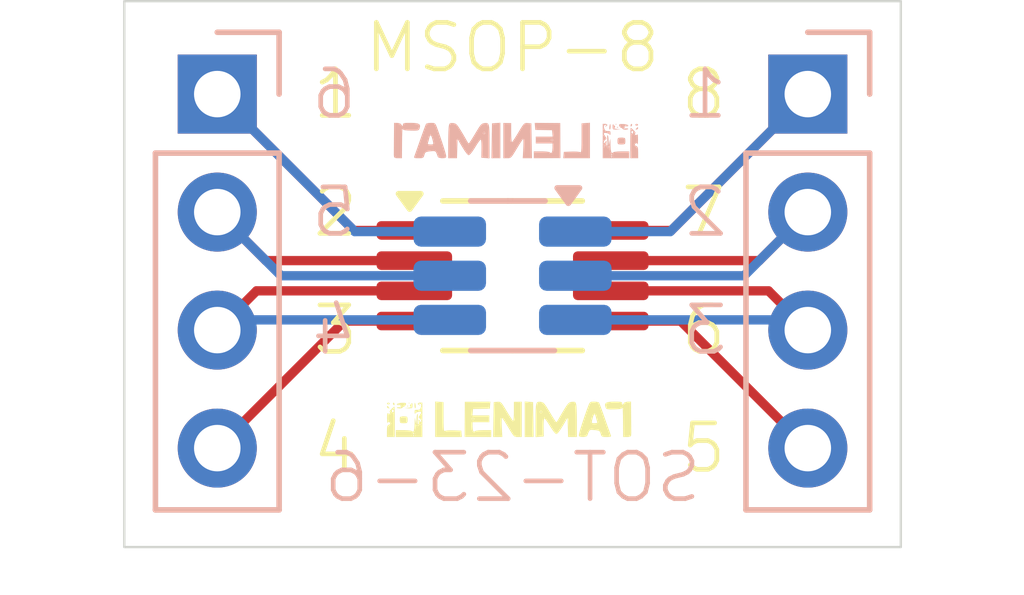
<source format=kicad_pcb>
(kicad_pcb (version 20240108) (generator "pcbnew") (generator_version "8.0")
  (layers (0 "F.Cu" signal) (31 "B.Cu" signal) (34 "B.Paste" user) (35 "F.Paste" user) (36 "B.SilkS" user "B.Silkscreen") (37 "F.SilkS" user "F.Silkscreen") (38 "B.Mask" user) (39 "F.Mask" user) (44 "Edge.Cuts" user))
  (net 0 "")
  (net 1 "Net-(J1-Pin_5)")
  (net 2 "Net-(J1-Pin_8)")
  (net 3 "Net-(J1-Pin_4)")
  (net 4 "Net-(J1-Pin_7)")
  (net 5 "Net-(J1-Pin_6)")
  (net 6 "Net-(J1-Pin_3)")
  (net 7 "Net-(J1-Pin_2)")
  (net 8 "Net-(J1-Pin_1)")
  (footprint "Synth:lenimal_logo_full" (layer "F.Cu") (at 58.35 59)
    (property "Reference" "G***" (hide yes))
    (property "Value" "LOGO" (hide yes))
    (fp_poly (pts (xy -2.214562 -0.34925) (xy -2.225145 -0.338667) (xy -2.235728 -0.34925) (xy -2.225145 -0.359834)) (fill solid) (layer "F.SilkS"))
    (fp_poly (pts (xy -2.242784 -0.289278) (xy -2.24569 -0.276695) (xy -2.256895 -0.275167) (xy -2.274318 -0.282912) (xy -2.271006 -0.289278) (xy -2.245886 -0.291812)) (fill solid) (layer "F.SilkS"))
    (fp_poly (pts (xy -2.68495 -0.28575) (xy -2.654606 -0.252728) (xy -2.649996 -0.248709) (xy -2.649812 -0.235507) (xy -2.666117 -0.232834) (xy -2.69585 -0.25007) (xy -2.701071 -0.269875) (xy -2.694282 -0.291528)) (fill solid) (layer "F.SilkS"))
    (fp_poly (pts (xy -2.641477 -0.348404) (xy -2.637895 -0.338667) (xy -2.655039 -0.319889) (xy -2.669645 -0.3175) (xy -2.697813 -0.32893) (xy -2.701395 -0.338667) (xy -2.684251 -0.357446) (xy -2.669645 -0.359834)) (fill solid) (layer "F.SilkS"))
    (fp_poly (pts (xy -2.541093 -0.342639) (xy -2.539117 -0.328084) (xy -2.541575 -0.29932) (xy -2.555004 -0.305276) (xy -2.560284 -0.310445) (xy -2.573899 -0.339349) (xy -2.562784 -0.358898) (xy -2.556756 -0.359834)) (fill solid) (layer "F.SilkS"))
    (fp_poly (pts (xy 0.351896 -0.376926) (xy 0.441854 -0.370417) (xy 0.447634 0.00529) (xy 0.453414 0.380999) (xy 0.357676 0.380999) (xy 0.261937 0.380999) (xy 0.261937 -0.001218) (xy 0.261937 -0.383435)) (fill solid) (layer "F.SilkS"))
    (fp_poly (pts (xy -2.092124 -0.341512) (xy -2.083196 -0.297341) (xy -2.083047 -0.296334) (xy -2.081533 -0.252066) (xy -2.090752 -0.232858) (xy -2.091228 -0.232834) (xy -2.10352 -0.251242) (xy -2.108727 -0.295589) (xy -2.108728 -0.296334) (xy -2.106354 -0.340959) (xy -2.100634 -0.35983) (xy -2.100548 -0.359834)) (fill solid) (layer "F.SilkS"))
    (fp_poly (pts (xy -2.152537 -0.337725) (xy -2.151062 -0.297846) (xy -2.15375 -0.257202) (xy -2.169682 -0.239086) (xy -2.210656 -0.235437) (xy -2.24102 -0.236392) (xy -2.330978 -0.23995) (xy -2.247524 -0.248496) (xy -2.196258 -0.257564) (xy -2.186929 -0.270039) (xy -2.192748 -0.274767) (xy -2.209233 -0.29389) (xy -2.193037 -0.320686) (xy -2.186245 -0.327675) (xy -2.161922 -0.348246)) (fill solid) (layer "F.SilkS"))
    (fp_poly (pts (xy -2.287353 -0.061258) (xy -2.263262 -0.04741) (xy -2.257084 -0.011277) (xy -2.256895 0.010582) (xy -2.259458 0.058015) (xy -2.275285 0.079094) (xy -2.316579 0.0845) (xy -2.341562 0.084665) (xy -2.395771 0.082423) (xy -2.419862 0.068575) (xy -2.426039 0.032442) (xy -2.426228 0.010582) (xy -2.423665 -0.03685) (xy -2.407839 -0.05793) (xy -2.366545 -0.063335) (xy -2.341562 -0.0635)) (fill solid) (layer "F.SilkS"))
    (fp_poly (pts (xy -1.57427 -0.376926) (xy -1.484312 -0.370417) (xy -1.484312 -0.049396) (xy -1.48347 0.079247) (xy -1.480733 0.169519) (xy -1.47578 0.225353) (xy -1.468292 0.250681) (xy -1.45986 0.251302) (xy -1.428176 0.242398) (xy -1.366413 0.237218) (xy -1.286733 0.236661) (xy -1.26936 0.237197) (xy -1.103312 0.243415) (xy -1.096679 0.312207) (xy -1.090046 0.380999) (xy -1.377137 0.380999) (xy -1.664228 0.380999) (xy -1.664228 -0.001218) (xy -1.664228 -0.383435)) (fill solid) (layer "F.SilkS"))
    (fp_poly (pts (xy -2.295673 -0.349644) (xy -2.290157 -0.33171) (xy -2.293118 -0.317415) (xy -2.314391 -0.283062) (xy -2.333447 -0.275167) (xy -2.359993 -0.262908) (xy -2.362728 -0.254) (xy -2.381122 -0.239139) (xy -2.425438 -0.232835) (xy -2.426228 -0.232834) (xy -2.470826 -0.238118) (xy -2.489724 -0.250849) (xy -2.489728 -0.251065) (xy -2.471839 -0.261325) (xy -2.43152 -0.259991) (xy -2.395183 -0.257193) (xy -2.39731 -0.267308) (xy -2.402165 -0.270948) (xy -2.420428 -0.290223) (xy -2.402165 -0.304482) (xy -2.398481 -0.310556) (xy -2.429045 -0.307106) (xy -2.43152 -0.306641) (xy -2.477589 -0.305759) (xy -2.489728 -0.323078) (xy -2.484543 -0.328084) (xy -2.468562 -0.328084) (xy -2.457978 -0.3175) (xy -2.447395 -0.328084) (xy -2.457978 -0.338667) (xy -2.468562 -0.328084) (xy -2.484543 -0.328084) (xy -2.469128 -0.342967) (xy -2.407732 -0.353847) (xy -2.385899 -0.355145) (xy -2.324433 -0.356173)) (fill solid) (layer "F.SilkS"))
    (fp_poly (pts (xy -0.482918 -0.304486) (xy -0.489478 -0.228261) (xy -0.669395 -0.225256) (xy -0.849312 -0.22225) (xy -0.855945 -0.153459) (xy -0.862577 -0.084667) (xy -0.68132 -0.084667) (xy -0.500062 -0.084667) (xy -0.500062 -0.010584) (xy -0.500062 0.063499) (xy -0.679978 0.063499) (xy -0.859895 0.063499) (xy -0.859895 0.1575) (xy -0.854373 0.222994) (xy -0.840023 0.261997) (xy -0.820172 0.268394) (xy -0.807192 0.254344) (xy -0.781132 0.244242) (xy -0.723894 0.236685) (xy -0.646614 0.232996) (xy -0.625813 0.232832) (xy -0.457728 0.232832) (xy -0.457728 0.30694) (xy -0.457728 0.381047) (xy -0.743965 0.37962) (xy -1.030202 0.378194) (xy -1.028217 0.000583) (xy -1.028159 -0.010584) (xy -0.859895 -0.010584) (xy -0.849312 -0.000001) (xy -0.838728 -0.010584) (xy -0.849312 -0.021167) (xy -0.859895 -0.010584) (xy -1.028159 -0.010584) (xy -1.026233 -0.377026) (xy -0.751295 -0.378869) (xy -0.476357 -0.380711)) (fill solid) (layer "F.SilkS"))
    (fp_poly (pts (xy -0.266007 -0.372891) (xy -0.240831 -0.353732) (xy -0.211025 -0.315017) (xy -0.170427 -0.250657) (xy -0.12837 -0.180521) (xy -0.078097 -0.097917) (xy -0.034548 -0.029382) (xy -0.002859 0.017182) (xy 0.010888 0.033572) (xy 0.018514 0.018842) (xy 0.024571 -0.029857) (xy 0.028294 -0.104173) (xy 0.029104 -0.165589) (xy 0.029104 -0.37601) (xy 0.113771 -0.377179) (xy 0.198437 -0.378347) (xy 0.198437 0.001325) (xy 0.198437 0.380999) (xy 0.114743 0.380999) (xy 0.077621 0.379839) (xy 0.049088 0.372152) (xy 0.02276 0.351628) (xy -0.00775 0.311955) (xy -0.048826 0.246822) (xy -0.08929 0.179341) (xy -0.139243 0.097132) (xy -0.182252 0.029125) (xy -0.21323 -0.016808) (xy -0.226223 -0.032571) (xy -0.232078 -0.017423) (xy -0.234707 0.031594) (xy -0.233906 0.106128) (xy -0.23119 0.169086) (xy -0.219563 0.380999) (xy -0.318622 0.380999) (xy -0.41768 0.380999) (xy -0.411246 0.00529) (xy -0.404812 -0.370417) (xy -0.327112 -0.376887) (xy -0.292714 -0.37858)) (fill solid) (layer "F.SilkS"))
    (fp_poly (pts (xy 2.550583 -0.052917) (xy 2.551499 0.062642) (xy 2.552278 0.164618) (xy 2.552859 0.244856) (xy 2.553182 0.2952) (xy 2.553229 0.306915) (xy 2.549055 0.353555) (xy 2.5288 0.375019) (xy 2.480863 0.38086) (xy 2.463271 0.380999) (xy 2.378604 0.380999) (xy 2.376149 0.047624) (xy 2.374786 -0.062569) (xy 2.372596 -0.153117) (xy 2.369818 -0.217828) (xy 2.366694 -0.250507) (xy 2.364547 -0.251478) (xy 2.351575 -0.233549) (xy 2.318912 -0.222337) (xy 2.258427 -0.216112) (xy 2.186711 -0.213604) (xy 2.102151 -0.212668) (xy 2.050262 -0.215846) (xy 2.021418 -0.225444) (xy 2.005997 -0.243773) (xy 1.999731 -0.25846) (xy 1.987524 -0.312128) (xy 2.001578 -0.348359) (xy 2.046206 -0.369946) (xy 2.125718 -0.379682) (xy 2.188849 -0.381) (xy 2.272767 -0.380265) (xy 2.32307 -0.376433) (xy 2.348472 -0.367068) (xy 2.357685 -0.349733) (xy 2.359108 -0.333375) (xy 2.363562 -0.305352) (xy 2.372866 -0.3175) (xy 2.405061 -0.361221) (xy 2.463309 -0.379447) (xy 2.489729 -0.380676) (xy 2.547937 -0.381)) (fill solid) (layer "F.SilkS"))
    (fp_poly (pts (xy -2.538386 -0.255201) (xy -2.535575 -0.200099) (xy -2.533463 -0.117061) (xy -2.53226 -0.013283) (xy -2.532062 0.052915) (xy -2.532062 0.380999) (xy -2.616728 0.380999) (xy -2.701395 0.380999) (xy -2.701395 0.255425) (xy -2.699385 0.183364) (xy -2.691093 0.142652) (xy -2.673125 0.122402) (xy -2.657947 0.116062) (xy -2.628455 0.10042) (xy -2.63622 0.076337) (xy -2.641076 0.07025) (xy -2.663987 0.05021) (xy -2.679261 0.068132) (xy -2.683036 0.077322) (xy -2.690863 0.079389) (xy -2.69624 0.045169) (xy -2.698238 -0.019317) (xy -2.698236 -0.021167) (xy -2.696756 -0.086603) (xy -2.693044 -0.126988) (xy -2.687898 -0.133778) (xy -2.687773 -0.133481) (xy -2.662737 -0.117786) (xy -2.645336 -0.120552) (xy -2.6262 -0.135745) (xy -2.638024 -0.148247) (xy -2.644537 -0.170593) (xy -2.637813 -0.179917) (xy -2.595562 -0.179917) (xy -2.584132 -0.151749) (xy -2.574395 -0.148167) (xy -2.555617 -0.165311) (xy -2.553228 -0.179917) (xy -2.564658 -0.208085) (xy -2.574395 -0.211667) (xy -2.593174 -0.194523) (xy -2.595562 -0.179917) (xy -2.637813 -0.179917) (xy -2.615843 -0.210385) (xy -2.607087 -0.219385) (xy -2.568505 -0.255642) (xy -2.543966 -0.274437) (xy -2.541683 -0.275167)) (fill solid) (layer "F.SilkS"))
    (fp_poly (pts (xy 1.814004 -0.376274) (xy 1.854023 -0.364394) (xy 1.860801 -0.358572) (xy 1.872216 -0.331778) (xy 1.894771 -0.27229) (xy 1.92578 -0.187423) (xy 1.962554 -0.084495) (xy 1.987142 -0.014613) (xy 2.026377 0.09723) (xy 2.061559 0.196948) (xy 2.089946 0.276805) (xy 2.108791 0.329064) (xy 2.114378 0.343957) (xy 2.117919 0.365839) (xy 2.100124 0.37695) (xy 2.052324 0.38075) (xy 2.021641 0.380999) (xy 1.95774 0.37929) (xy 1.923433 0.369504) (xy 1.905994 0.344651) (xy 1.896403 0.312207) (xy 1.882781 0.271762) (xy 1.860547 0.249588) (xy 1.817314 0.238035) (xy 1.766566 0.232034) (xy 1.706367 0.22631) (xy 1.669923 0.229793) (xy 1.6468 0.250447) (xy 1.62656 0.296238) (xy 1.606057 0.35454) (xy 1.580133 0.372001) (xy 1.526083 0.380661) (xy 1.511435 0.380999) (xy 1.455694 0.377456) (xy 1.430961 0.363239) (xy 1.426104 0.339244) (xy 1.432931 0.302621) (xy 1.451765 0.233938) (xy 1.480138 0.140915) (xy 1.503474 0.068732) (xy 1.705162 0.068732) (xy 1.718131 0.082416) (xy 1.751094 0.084709) (xy 1.767035 0.084665) (xy 1.811506 0.080507) (xy 1.822886 0.063812) (xy 1.81847 0.047624) (xy 1.803354 -0.001391) (xy 1.792305 -0.048066) (xy 1.776353 -0.10117) (xy 1.75863 -0.112047) (xy 1.739392 -0.080756) (xy 1.724884 -0.032698) (xy 1.708608 0.033685) (xy 1.705162 0.068732) (xy 1.503474 0.068732) (xy 1.515583 0.031275) (xy 1.555633 -0.087261) (xy 1.597817 -0.206973) (xy 1.620797 -0.269875) (xy 1.645583 -0.333003) (xy 1.667402 -0.366102) (xy 1.697918 -0.378868) (xy 1.748794 -0.380999) (xy 1.754459 -0.381)) (fill solid) (layer "F.SilkS"))
    (fp_poly (pts (xy 0.597033 -0.376822) (xy 0.630504 -0.371941) (xy 0.658245 -0.359551) (xy 0.686072 -0.333299) (xy 0.719803 -0.286834) (xy 0.765253 -0.213801) (xy 0.800649 -0.154453) (xy 0.851434 -0.070312) (xy 0.89479 -0.001321) (xy 0.926087 0.045343) (xy 0.940642 0.062505) (xy 0.957265 0.046406) (xy 0.983073 0.005389) (xy 0.988855 -0.005292) (xy 1.017571 -0.056769) (xy 1.060217 -0.129736) (xy 1.108333 -0.209754) (xy 1.115976 -0.22225) (xy 1.163152 -0.296478) (xy 1.198105 -0.341486) (xy 1.229184 -0.365052) (xy 1.264737 -0.374956) (xy 1.281854 -0.376816) (xy 1.332858 -0.37744) (xy 1.357309 -0.360524) (xy 1.37032 -0.315961) (xy 1.375127 -0.271023) (xy 1.379175 -0.193344) (xy 1.382125 -0.092516) (xy 1.383641 0.02187) (xy 1.383771 0.066145) (xy 1.383771 0.380999) (xy 1.289287 0.380999) (xy 1.194804 0.380999) (xy 1.188746 0.174624) (xy 1.182687 -0.03175) (xy 1.080134 0.142874) (xy 1.025009 0.230402) (xy 0.979577 0.289806) (xy 0.947474 0.316478) (xy 0.942326 0.317499) (xy 0.913823 0.299292) (xy 0.871111 0.248117) (xy 0.81836 0.16914) (xy 0.805593 0.148165) (xy 0.759369 0.074402) (xy 0.71949 0.016898) (xy 0.691772 -0.016246) (xy 0.684018 -0.021167) (xy 0.675257 -0.00138) (xy 0.669467 0.052587) (xy 0.66732 0.132646) (xy 0.667714 0.174624) (xy 0.671509 0.370415) (xy 0.58314 0.376924) (xy 0.494771 0.383433) (xy 0.49506 0.048841) (xy 0.495556 -0.096959) (xy 0.496717 -0.15875) (xy 0.600604 -0.15875) (xy 0.611187 -0.148167) (xy 0.621771 -0.15875) (xy 0.611187 -0.169334) (xy 0.600604 -0.15875) (xy 0.496717 -0.15875) (xy 0.497599 -0.205704) (xy 0.502455 -0.282666) (xy 0.511385 -0.333124) (xy 0.525655 -0.362351) (xy 0.546527 -0.375623) (xy 0.575266 -0.378216)) (fill solid) (layer "F.SilkS"))
    (fp_poly (pts (xy -1.939395 0.010582) (xy -1.939395 0.380999) (xy -2.225145 0.380999) (xy -2.510895 0.380999) (xy -2.510895 0.345721) (xy -2.144006 0.345721) (xy -2.141101 0.358305) (xy -2.129895 0.359832) (xy -2.112473 0.352088) (xy -2.115784 0.345721) (xy -2.140904 0.343188) (xy -2.144006 0.345721) (xy -2.510895 0.345721) (xy -2.510895 0.306915) (xy -2.510895 0.303388) (xy -2.144006 0.303388) (xy -2.141101 0.315971) (xy -2.129895 0.317499) (xy -2.112473 0.309754) (xy -2.115784 0.303388) (xy -2.140904 0.300854) (xy -2.144006 0.303388) (xy -2.510895 0.303388) (xy -2.510895 0.232832) (xy -2.342811 0.232832) (xy -2.262309 0.235368) (xy -2.199108 0.242096) (xy -2.164347 0.251695) (xy -2.161432 0.254344) (xy -2.140146 0.271159) (xy -2.123194 0.24827) (xy -2.111415 0.188163) (xy -2.108338 0.137582) (xy -2.066395 0.137582) (xy -2.055812 0.148165) (xy -2.045228 0.137582) (xy -2.055812 0.126999) (xy -2.066395 0.137582) (xy -2.108338 0.137582) (xy -2.105646 0.093324) (xy -2.105549 0.088708) (xy -2.103614 0.010915) (xy -2.101093 -0.027693) (xy -2.097149 -0.030266) (xy -2.090942 0.000048) (xy -2.087562 0.021165) (xy -2.072753 0.116415) (xy -1.981728 0.116415) (xy -1.971145 0.126999) (xy -1.960562 0.116415) (xy -1.971145 0.105832) (xy -1.981728 0.116415) (xy -2.072753 0.116415) (xy -2.066928 0.026457) (xy -2.062023 -0.043986) (xy -2.057549 -0.083638) (xy -2.051451 -0.103968) (xy -2.041672 -0.116445) (xy -2.041236 -0.116882) (xy -2.035264 -0.106254) (xy -2.034913 -0.063673) (xy -2.038607 -0.015707) (xy -2.041885 0.050693) (xy -2.037533 0.097984) (xy -2.030554 0.112403) (xy -2.019053 0.103552) (xy -2.018885 0.062716) (xy -2.019581 0.057089) (xy -2.024236 0.012853) (xy -2.017949 0.005658) (xy -1.996095 0.030686) (xy -1.995258 0.031749) (xy -1.970831 0.058963) (xy -1.962172 0.052727) (xy -1.961235 0.038092) (xy -1.977298 -0.001864) (xy -1.995413 -0.017401) (xy -2.017961 -0.034707) (xy -2.014378 -0.057507) (xy -1.995413 -0.086662) (xy -1.97006 -0.127642) (xy -1.960562 -0.15157) (xy -1.977104 -0.164078) (xy -2.015289 -0.162893) (xy -2.057951 -0.15124) (xy -2.087927 -0.132343) (xy -2.091366 -0.127) (xy -2.102189 -0.117751) (xy -2.10712 -0.149893) (xy -2.107241 -0.153873) (xy -2.10324 -0.195242) (xy -2.080413 -0.205988) (xy -2.055807 -0.202899) (xy -2.005075 -0.207665) (xy -1.981724 -0.232843) (xy -1.96205 -0.28943) (xy -1.969967 -0.327166) (xy -1.997603 -0.338343) (xy -2.022254 -0.334742) (xy -2.008085 -0.31929) (xy -2.002895 -0.315565) (xy -1.983303 -0.299288) (xy -1.999447 -0.300769) (xy -2.001572 -0.301337) (xy -2.036402 -0.322358) (xy -2.034959 -0.346694) (xy -1.99912 -0.359716) (xy -1.994076 -0.359834) (xy -1.939395 -0.359834)) (fill solid) (layer "F.SilkS"))
  )
  (footprint "Package_SO:MSOP-8_3x3mm_P0.65mm" (layer "F.Cu") (at 58.35 55.91)
    (property "Reference" "J1" (hide yes))
    (property "Value" "Conn_01x08")
    (fp_line (start 0 -1.61) (end -1.5 -1.61) (stroke (width 0.12)) (layer "F.SilkS"))
    (fp_line (start 0 -1.61) (end 1.5 -1.61) (stroke (width 0.12)) (layer "F.SilkS"))
    (fp_line (start 0 1.61) (end -1.5 1.61) (stroke (width 0.12)) (layer "F.SilkS"))
    (fp_line (start 0 1.61) (end 1.5 1.61) (stroke (width 0.12)) (layer "F.SilkS"))
    (fp_poly (pts (xy -2.2125 -1.435) (xy -2.4525 -1.765) (xy -1.9725 -1.765) (xy -2.2125 -1.435)) (stroke (width 0.12)) (fill solid) (layer "F.SilkS"))
    (pad "1" smd roundrect (at -2.1125 -0.975) (size 1.625 0.4) (layers "F.Cu" "F.Paste" "F.Mask") (net 8 "Net-(J1-Pin_1)"))
    (pad "2" smd roundrect (at -2.1125 -0.325) (size 1.625 0.4) (layers "F.Cu" "F.Paste" "F.Mask") (net 7 "Net-(J1-Pin_2)"))
    (pad "3" smd roundrect (at -2.1125 0.325) (size 1.625 0.4) (layers "F.Cu" "F.Paste" "F.Mask") (net 6 "Net-(J1-Pin_3)"))
    (pad "4" smd roundrect (at -2.1125 0.975) (size 1.625 0.4) (layers "F.Cu" "F.Paste" "F.Mask") (net 3 "Net-(J1-Pin_4)"))
    (pad "5" smd roundrect (at 2.1125 0.975) (size 1.625 0.4) (layers "F.Cu" "F.Paste" "F.Mask") (net 1 "Net-(J1-Pin_5)"))
    (pad "6" smd roundrect (at 2.1125 0.325) (size 1.625 0.4) (layers "F.Cu" "F.Paste" "F.Mask") (net 5 "Net-(J1-Pin_6)"))
    (pad "7" smd roundrect (at 2.1125 -0.325) (size 1.625 0.4) (layers "F.Cu" "F.Paste" "F.Mask") (net 4 "Net-(J1-Pin_7)"))
    (pad "8" smd roundrect (at 2.1125 -0.975) (size 1.625 0.4) (layers "F.Cu" "F.Paste" "F.Mask") (net 2 "Net-(J1-Pin_8)"))
  )
  (footprint "Package_TO_SOT_SMD:SOT-23-6_Handsoldering" (layer "B.Cu") (at 58.35 55.91 180)
    (property "Reference" "J4" (hide yes))
    (property "Value" "Conn_01x06")
    (fp_line (start 0.9 1.61) (end 0.1 1.61) (stroke (width 0.12)) (layer "B.SilkS"))
    (fp_line (start 0.9 -1.61) (end -0.9 -1.61) (stroke (width 0.12)) (layer "B.SilkS"))
    (fp_line (start -0.7 1.61) (end 0.1 1.61) (stroke (width 0.12)) (layer "B.SilkS"))
    (fp_poly (pts (xy -1.2 1.56) (xy -1.44 1.89) (xy -0.96 1.89) (xy -1.2 1.56)) (stroke (width 0.12)) (fill solid) (layer "B.SilkS"))
    (pad "1" smd roundrect (at -1.35 0.95 180) (size 1.56 0.65) (layers "B.Cu" "B.Paste" "B.Mask") (net 2 "Net-(J1-Pin_8)"))
    (pad "2" smd roundrect (at -1.35 0 180) (size 1.56 0.65) (layers "B.Cu" "B.Paste" "B.Mask") (net 4 "Net-(J1-Pin_7)"))
    (pad "3" smd roundrect (at -1.35 -0.95 180) (size 1.56 0.65) (layers "B.Cu" "B.Paste" "B.Mask") (net 5 "Net-(J1-Pin_6)"))
    (pad "4" smd roundrect (at 1.35 -0.95 180) (size 1.56 0.65) (layers "B.Cu" "B.Paste" "B.Mask") (net 6 "Net-(J1-Pin_3)"))
    (pad "5" smd roundrect (at 1.35 0 180) (size 1.56 0.65) (layers "B.Cu" "B.Paste" "B.Mask") (net 7 "Net-(J1-Pin_2)"))
    (pad "6" smd roundrect (at 1.35 0.95 180) (size 1.56 0.65) (layers "B.Cu" "B.Paste" "B.Mask") (net 8 "Net-(J1-Pin_1)"))
  )
  (footprint "Synth:PinHeader_1x04_P2.54mm_Vertical" (layer "B.Cu") (at 64.7 52 180)
    (property "Reference" "J3" (hide yes))
    (property "Value" "Conn_01x04")
    (fp_line (start 1.33 -1.27) (end -1.33 -1.27) (stroke (width 0.12)) (layer "B.SilkS"))
    (fp_line (start 1.33 -8.95) (end 1.33 -1.27) (stroke (width 0.12)) (layer "B.SilkS"))
    (fp_line (start 1.33 -8.95) (end -1.33 -8.95) (stroke (width 0.12)) (layer "B.SilkS"))
    (fp_line (start 0 1.33) (end -1.33 1.33) (stroke (width 0.12)) (layer "B.SilkS"))
    (fp_line (start -1.33 1.33) (end -1.33 0) (stroke (width 0.12)) (layer "B.SilkS"))
    (fp_line (start -1.33 -8.95) (end -1.33 -1.27) (stroke (width 0.12)) (layer "B.SilkS"))
    (pad "1" thru_hole rect (at 0 0 180) (size 1.7 1.7) (drill 1) (layers "*.Cu" "*.Mask") (net 2 "Net-(J1-Pin_8)"))
    (pad "2" thru_hole oval (at 0 -2.54 180) (size 1.7 1.7) (drill 1) (layers "*.Cu" "*.Mask") (net 4 "Net-(J1-Pin_7)"))
    (pad "3" thru_hole oval (at 0 -5.08 180) (size 1.7 1.7) (drill 1) (layers "*.Cu" "*.Mask") (net 5 "Net-(J1-Pin_6)"))
    (pad "4" thru_hole oval (at 0 -7.62 180) (size 1.7 1.7) (drill 1) (layers "*.Cu" "*.Mask") (net 1 "Net-(J1-Pin_5)"))
  )
  (footprint "Synth:PinHeader_1x04_P2.54mm_Vertical" (layer "B.Cu") (at 52 52 180)
    (property "Reference" "J2" (hide yes))
    (property "Value" "Conn_01x04")
    (fp_line (start 1.33 -1.27) (end -1.33 -1.27) (stroke (width 0.12)) (layer "B.SilkS"))
    (fp_line (start 1.33 -8.95) (end 1.33 -1.27) (stroke (width 0.12)) (layer "B.SilkS"))
    (fp_line (start 1.33 -8.95) (end -1.33 -8.95) (stroke (width 0.12)) (layer "B.SilkS"))
    (fp_line (start 0 1.33) (end -1.33 1.33) (stroke (width 0.12)) (layer "B.SilkS"))
    (fp_line (start -1.33 1.33) (end -1.33 0) (stroke (width 0.12)) (layer "B.SilkS"))
    (fp_line (start -1.33 -8.95) (end -1.33 -1.27) (stroke (width 0.12)) (layer "B.SilkS"))
    (pad "1" thru_hole rect (at 0 0 180) (size 1.7 1.7) (drill 1) (layers "*.Cu" "*.Mask") (net 8 "Net-(J1-Pin_1)"))
    (pad "2" thru_hole oval (at 0 -2.54 180) (size 1.7 1.7) (drill 1) (layers "*.Cu" "*.Mask") (net 7 "Net-(J1-Pin_2)"))
    (pad "3" thru_hole oval (at 0 -5.08 180) (size 1.7 1.7) (drill 1) (layers "*.Cu" "*.Mask") (net 6 "Net-(J1-Pin_3)"))
    (pad "4" thru_hole oval (at 0 -7.62 180) (size 1.7 1.7) (drill 1) (layers "*.Cu" "*.Mask") (net 3 "Net-(J1-Pin_4)"))
  )
  (footprint "Synth:lenimal_logo_full" (layer "B.Cu") (at 58.35 53 180)
    (property "Reference" "G***" (hide yes))
    (property "Value" "LOGO" (hide yes))
    (fp_poly (pts (xy -2.214562 0.34925) (xy -2.225145 0.338667) (xy -2.235728 0.34925) (xy -2.225145 0.359834)) (fill solid) (layer "B.SilkS"))
    (fp_poly (pts (xy -2.242784 0.289278) (xy -2.24569 0.276695) (xy -2.256895 0.275167) (xy -2.274318 0.282912) (xy -2.271006 0.289278) (xy -2.245886 0.291812)) (fill solid) (layer "B.SilkS"))
    (fp_poly (pts (xy 0.351896 0.376926) (xy 0.441854 0.370417) (xy 0.447634 -0.00529) (xy 0.453414 -0.380999) (xy 0.357676 -0.380999) (xy 0.261937 -0.380999) (xy 0.261937 0.001218) (xy 0.261937 0.383435)) (fill solid) (layer "B.SilkS"))
    (fp_poly (pts (xy -2.541093 0.342639) (xy -2.539117 0.328084) (xy -2.541575 0.29932) (xy -2.555004 0.305276) (xy -2.560284 0.310445) (xy -2.573899 0.339349) (xy -2.562784 0.358898) (xy -2.556756 0.359834)) (fill solid) (layer "B.SilkS"))
    (fp_poly (pts (xy -2.641477 0.348404) (xy -2.637895 0.338667) (xy -2.655039 0.319889) (xy -2.669645 0.3175) (xy -2.697813 0.32893) (xy -2.701395 0.338667) (xy -2.684251 0.357446) (xy -2.669645 0.359834)) (fill solid) (layer "B.SilkS"))
    (fp_poly (pts (xy -2.68495 0.28575) (xy -2.654606 0.252728) (xy -2.649996 0.248709) (xy -2.649812 0.235507) (xy -2.666117 0.232834) (xy -2.69585 0.25007) (xy -2.701071 0.269875) (xy -2.694282 0.291528)) (fill solid) (layer "B.SilkS"))
    (fp_poly (pts (xy -2.092124 0.341512) (xy -2.083196 0.297341) (xy -2.083047 0.296334) (xy -2.081533 0.252066) (xy -2.090752 0.232858) (xy -2.091228 0.232834) (xy -2.10352 0.251242) (xy -2.108727 0.295589) (xy -2.108728 0.296334) (xy -2.106354 0.340959) (xy -2.100634 0.35983) (xy -2.100548 0.359834)) (fill solid) (layer "B.SilkS"))
    (fp_poly (pts (xy -2.152537 0.337725) (xy -2.151062 0.297846) (xy -2.15375 0.257202) (xy -2.169682 0.239086) (xy -2.210656 0.235437) (xy -2.24102 0.236392) (xy -2.330978 0.23995) (xy -2.247524 0.248496) (xy -2.196258 0.257564) (xy -2.186929 0.270039) (xy -2.192748 0.274767) (xy -2.209233 0.29389) (xy -2.193037 0.320686) (xy -2.186245 0.327675) (xy -2.161922 0.348246)) (fill solid) (layer "B.SilkS"))
    (fp_poly (pts (xy -2.287353 0.061258) (xy -2.263262 0.04741) (xy -2.257084 0.011277) (xy -2.256895 -0.010582) (xy -2.259458 -0.058015) (xy -2.275285 -0.079094) (xy -2.316579 -0.0845) (xy -2.341562 -0.084665) (xy -2.395771 -0.082423) (xy -2.419862 -0.068575) (xy -2.426039 -0.032442) (xy -2.426228 -0.010582) (xy -2.423665 0.03685) (xy -2.407839 0.05793) (xy -2.366545 0.063335) (xy -2.341562 0.0635)) (fill solid) (layer "B.SilkS"))
    (fp_poly (pts (xy -1.57427 0.376926) (xy -1.484312 0.370417) (xy -1.484312 0.049396) (xy -1.48347 -0.079247) (xy -1.480733 -0.169519) (xy -1.47578 -0.225353) (xy -1.468292 -0.250681) (xy -1.45986 -0.251302) (xy -1.428176 -0.242398) (xy -1.366413 -0.237218) (xy -1.286733 -0.236661) (xy -1.26936 -0.237197) (xy -1.103312 -0.243415) (xy -1.096679 -0.312207) (xy -1.090046 -0.380999) (xy -1.377137 -0.380999) (xy -1.664228 -0.380999) (xy -1.664228 0.001218) (xy -1.664228 0.383435)) (fill solid) (layer "B.SilkS"))
    (fp_poly (pts (xy -2.295673 0.349644) (xy -2.290157 0.33171) (xy -2.293118 0.317415) (xy -2.314391 0.283062) (xy -2.333447 0.275167) (xy -2.359993 0.262908) (xy -2.362728 0.254) (xy -2.381122 0.239139) (xy -2.425438 0.232835) (xy -2.426228 0.232834) (xy -2.470826 0.238118) (xy -2.489724 0.250849) (xy -2.489728 0.251065) (xy -2.471839 0.261325) (xy -2.43152 0.259991) (xy -2.395183 0.257193) (xy -2.39731 0.267308) (xy -2.402165 0.270948) (xy -2.420428 0.290223) (xy -2.402165 0.304482) (xy -2.398481 0.310556) (xy -2.429045 0.307106) (xy -2.43152 0.306641) (xy -2.477589 0.305759) (xy -2.489728 0.323078) (xy -2.484543 0.328084) (xy -2.468562 0.328084) (xy -2.457978 0.3175) (xy -2.447395 0.328084) (xy -2.457978 0.338667) (xy -2.468562 0.328084) (xy -2.484543 0.328084) (xy -2.469128 0.342967) (xy -2.407732 0.353847) (xy -2.385899 0.355145) (xy -2.324433 0.356173)) (fill solid) (layer "B.SilkS"))
    (fp_poly (pts (xy -0.482918 0.304486) (xy -0.489478 0.228261) (xy -0.669395 0.225256) (xy -0.849312 0.22225) (xy -0.855945 0.153459) (xy -0.862577 0.084667) (xy -0.68132 0.084667) (xy -0.500062 0.084667) (xy -0.500062 0.010584) (xy -0.500062 -0.063499) (xy -0.679978 -0.063499) (xy -0.859895 -0.063499) (xy -0.859895 -0.1575) (xy -0.854373 -0.222994) (xy -0.840023 -0.261997) (xy -0.820172 -0.268394) (xy -0.807192 -0.254344) (xy -0.781132 -0.244242) (xy -0.723894 -0.236685) (xy -0.646614 -0.232996) (xy -0.625813 -0.232832) (xy -0.457728 -0.232832) (xy -0.457728 -0.30694) (xy -0.457728 -0.381047) (xy -0.743965 -0.37962) (xy -1.030202 -0.378194) (xy -1.028217 -0.000583) (xy -1.028159 0.010584) (xy -0.859895 0.010584) (xy -0.849312 0.000001) (xy -0.838728 0.010584) (xy -0.849312 0.021167) (xy -0.859895 0.010584) (xy -1.028159 0.010584) (xy -1.026233 0.377026) (xy -0.751295 0.378869) (xy -0.476357 0.380711)) (fill solid) (layer "B.SilkS"))
    (fp_poly (pts (xy -0.266007 0.372891) (xy -0.240831 0.353732) (xy -0.211025 0.315017) (xy -0.170427 0.250657) (xy -0.12837 0.180521) (xy -0.078097 0.097917) (xy -0.034548 0.029382) (xy -0.002859 -0.017182) (xy 0.010888 -0.033572) (xy 0.018514 -0.018842) (xy 0.024571 0.029857) (xy 0.028294 0.104173) (xy 0.029104 0.165589) (xy 0.029104 0.37601) (xy 0.113771 0.377179) (xy 0.198437 0.378347) (xy 0.198437 -0.001325) (xy 0.198437 -0.380999) (xy 0.114743 -0.380999) (xy 0.077621 -0.379839) (xy 0.049088 -0.372152) (xy 0.02276 -0.351628) (xy -0.00775 -0.311955) (xy -0.048826 -0.246822) (xy -0.08929 -0.179341) (xy -0.139243 -0.097132) (xy -0.182252 -0.029125) (xy -0.21323 0.016808) (xy -0.226223 0.032571) (xy -0.232078 0.017423) (xy -0.234707 -0.031594) (xy -0.233906 -0.106128) (xy -0.23119 -0.169086) (xy -0.219563 -0.380999) (xy -0.318622 -0.380999) (xy -0.41768 -0.380999) (xy -0.411246 -0.00529) (xy -0.404812 0.370417) (xy -0.327112 0.376887) (xy -0.292714 0.37858)) (fill solid) (layer "B.SilkS"))
    (fp_poly (pts (xy 2.550583 0.052917) (xy 2.551499 -0.062642) (xy 2.552278 -0.164618) (xy 2.552859 -0.244856) (xy 2.553182 -0.2952) (xy 2.553229 -0.306915) (xy 2.549055 -0.353555) (xy 2.5288 -0.375019) (xy 2.480863 -0.38086) (xy 2.463271 -0.380999) (xy 2.378604 -0.380999) (xy 2.376149 -0.047624) (xy 2.374786 0.062569) (xy 2.372596 0.153117) (xy 2.369818 0.217828) (xy 2.366694 0.250507) (xy 2.364547 0.251478) (xy 2.351575 0.233549) (xy 2.318912 0.222337) (xy 2.258427 0.216112) (xy 2.186711 0.213604) (xy 2.102151 0.212668) (xy 2.050262 0.215846) (xy 2.021418 0.225444) (xy 2.005997 0.243773) (xy 1.999731 0.25846) (xy 1.987524 0.312128) (xy 2.001578 0.348359) (xy 2.046206 0.369946) (xy 2.125718 0.379682) (xy 2.188849 0.381) (xy 2.272767 0.380265) (xy 2.32307 0.376433) (xy 2.348472 0.367068) (xy 2.357685 0.349733) (xy 2.359108 0.333375) (xy 2.363562 0.305352) (xy 2.372866 0.3175) (xy 2.405061 0.361221) (xy 2.463309 0.379447) (xy 2.489729 0.380676) (xy 2.547937 0.381)) (fill solid) (layer "B.SilkS"))
    (fp_poly (pts (xy -2.538386 0.255201) (xy -2.535575 0.200099) (xy -2.533463 0.117061) (xy -2.53226 0.013283) (xy -2.532062 -0.052915) (xy -2.532062 -0.380999) (xy -2.616728 -0.380999) (xy -2.701395 -0.380999) (xy -2.701395 -0.255425) (xy -2.699385 -0.183364) (xy -2.691093 -0.142652) (xy -2.673125 -0.122402) (xy -2.657947 -0.116062) (xy -2.628455 -0.10042) (xy -2.63622 -0.076337) (xy -2.641076 -0.07025) (xy -2.663987 -0.05021) (xy -2.679261 -0.068132) (xy -2.683036 -0.077322) (xy -2.690863 -0.079389) (xy -2.69624 -0.045169) (xy -2.698238 0.019317) (xy -2.698236 0.021167) (xy -2.696756 0.086603) (xy -2.693044 0.126988) (xy -2.687898 0.133778) (xy -2.687773 0.133481) (xy -2.662737 0.117786) (xy -2.645336 0.120552) (xy -2.6262 0.135745) (xy -2.638024 0.148247) (xy -2.644537 0.170593) (xy -2.637813 0.179917) (xy -2.595562 0.179917) (xy -2.584132 0.151749) (xy -2.574395 0.148167) (xy -2.555617 0.165311) (xy -2.553228 0.179917) (xy -2.564658 0.208085) (xy -2.574395 0.211667) (xy -2.593174 0.194523) (xy -2.595562 0.179917) (xy -2.637813 0.179917) (xy -2.615843 0.210385) (xy -2.607087 0.219385) (xy -2.568505 0.255642) (xy -2.543966 0.274437) (xy -2.541683 0.275167)) (fill solid) (layer "B.SilkS"))
    (fp_poly (pts (xy 1.814004 0.376274) (xy 1.854023 0.364394) (xy 1.860801 0.358572) (xy 1.872216 0.331778) (xy 1.894771 0.27229) (xy 1.92578 0.187423) (xy 1.962554 0.084495) (xy 1.987142 0.014613) (xy 2.026377 -0.09723) (xy 2.061559 -0.196948) (xy 2.089946 -0.276805) (xy 2.108791 -0.329064) (xy 2.114378 -0.343957) (xy 2.117919 -0.365839) (xy 2.100124 -0.37695) (xy 2.052324 -0.38075) (xy 2.021641 -0.380999) (xy 1.95774 -0.37929) (xy 1.923433 -0.369504) (xy 1.905994 -0.344651) (xy 1.896403 -0.312207) (xy 1.882781 -0.271762) (xy 1.860547 -0.249588) (xy 1.817314 -0.238035) (xy 1.766566 -0.232034) (xy 1.706367 -0.22631) (xy 1.669923 -0.229793) (xy 1.6468 -0.250447) (xy 1.62656 -0.296238) (xy 1.606057 -0.35454) (xy 1.580133 -0.372001) (xy 1.526083 -0.380661) (xy 1.511435 -0.380999) (xy 1.455694 -0.377456) (xy 1.430961 -0.363239) (xy 1.426104 -0.339244) (xy 1.432931 -0.302621) (xy 1.451765 -0.233938) (xy 1.480138 -0.140915) (xy 1.503474 -0.068732) (xy 1.705162 -0.068732) (xy 1.718131 -0.082416) (xy 1.751094 -0.084709) (xy 1.767035 -0.084665) (xy 1.811506 -0.080507) (xy 1.822886 -0.063812) (xy 1.81847 -0.047624) (xy 1.803354 0.001391) (xy 1.792305 0.048066) (xy 1.776353 0.10117) (xy 1.75863 0.112047) (xy 1.739392 0.080756) (xy 1.724884 0.032698) (xy 1.708608 -0.033685) (xy 1.705162 -0.068732) (xy 1.503474 -0.068732) (xy 1.515583 -0.031275) (xy 1.555633 0.087261) (xy 1.597817 0.206973) (xy 1.620797 0.269875) (xy 1.645583 0.333003) (xy 1.667402 0.366102) (xy 1.697918 0.378868) (xy 1.748794 0.380999) (xy 1.754459 0.381)) (fill solid) (layer "B.SilkS"))
    (fp_poly (pts (xy 0.597033 0.376822) (xy 0.630504 0.371941) (xy 0.658245 0.359551) (xy 0.686072 0.333299) (xy 0.719803 0.286834) (xy 0.765253 0.213801) (xy 0.800649 0.154453) (xy 0.851434 0.070312) (xy 0.89479 0.001321) (xy 0.926087 -0.045343) (xy 0.940642 -0.062505) (xy 0.957265 -0.046406) (xy 0.983073 -0.005389) (xy 0.988855 0.005292) (xy 1.017571 0.056769) (xy 1.060217 0.129736) (xy 1.108333 0.209754) (xy 1.115976 0.22225) (xy 1.163152 0.296478) (xy 1.198105 0.341486) (xy 1.229184 0.365052) (xy 1.264737 0.374956) (xy 1.281854 0.376816) (xy 1.332858 0.37744) (xy 1.357309 0.360524) (xy 1.37032 0.315961) (xy 1.375127 0.271023) (xy 1.379175 0.193344) (xy 1.382125 0.092516) (xy 1.383641 -0.02187) (xy 1.383771 -0.066145) (xy 1.383771 -0.380999) (xy 1.289287 -0.380999) (xy 1.194804 -0.380999) (xy 1.188746 -0.174624) (xy 1.182687 0.03175) (xy 1.080134 -0.142874) (xy 1.025009 -0.230402) (xy 0.979577 -0.289806) (xy 0.947474 -0.316478) (xy 0.942326 -0.317499) (xy 0.913823 -0.299292) (xy 0.871111 -0.248117) (xy 0.81836 -0.16914) (xy 0.805593 -0.148165) (xy 0.759369 -0.074402) (xy 0.71949 -0.016898) (xy 0.691772 0.016246) (xy 0.684018 0.021167) (xy 0.675257 0.00138) (xy 0.669467 -0.052587) (xy 0.66732 -0.132646) (xy 0.667714 -0.174624) (xy 0.671509 -0.370415) (xy 0.58314 -0.376924) (xy 0.494771 -0.383433) (xy 0.49506 -0.048841) (xy 0.495556 0.096959) (xy 0.496717 0.15875) (xy 0.600604 0.15875) (xy 0.611187 0.148167) (xy 0.621771 0.15875) (xy 0.611187 0.169334) (xy 0.600604 0.15875) (xy 0.496717 0.15875) (xy 0.497599 0.205704) (xy 0.502455 0.282666) (xy 0.511385 0.333124) (xy 0.525655 0.362351) (xy 0.546527 0.375623) (xy 0.575266 0.378216)) (fill solid) (layer "B.SilkS"))
    (fp_poly (pts (xy -1.939395 -0.010582) (xy -1.939395 -0.380999) (xy -2.225145 -0.380999) (xy -2.510895 -0.380999) (xy -2.510895 -0.345721) (xy -2.144006 -0.345721) (xy -2.141101 -0.358305) (xy -2.129895 -0.359832) (xy -2.112473 -0.352088) (xy -2.115784 -0.345721) (xy -2.140904 -0.343188) (xy -2.144006 -0.345721) (xy -2.510895 -0.345721) (xy -2.510895 -0.306915) (xy -2.510895 -0.303388) (xy -2.144006 -0.303388) (xy -2.141101 -0.315971) (xy -2.129895 -0.317499) (xy -2.112473 -0.309754) (xy -2.115784 -0.303388) (xy -2.140904 -0.300854) (xy -2.144006 -0.303388) (xy -2.510895 -0.303388) (xy -2.510895 -0.232832) (xy -2.342811 -0.232832) (xy -2.262309 -0.235368) (xy -2.199108 -0.242096) (xy -2.164347 -0.251695) (xy -2.161432 -0.254344) (xy -2.140146 -0.271159) (xy -2.123194 -0.24827) (xy -2.111415 -0.188163) (xy -2.108338 -0.137582) (xy -2.066395 -0.137582) (xy -2.055812 -0.148165) (xy -2.045228 -0.137582) (xy -2.055812 -0.126999) (xy -2.066395 -0.137582) (xy -2.108338 -0.137582) (xy -2.105646 -0.093324) (xy -2.105549 -0.088708) (xy -2.103614 -0.010915) (xy -2.101093 0.027693) (xy -2.097149 0.030266) (xy -2.090942 -0.000048) (xy -2.087562 -0.021165) (xy -2.072753 -0.116415) (xy -1.981728 -0.116415) (xy -1.971145 -0.126999) (xy -1.960562 -0.116415) (xy -1.971145 -0.105832) (xy -1.981728 -0.116415) (xy -2.072753 -0.116415) (xy -2.066928 -0.026457) (xy -2.062023 0.043986) (xy -2.057549 0.083638) (xy -2.051451 0.103968) (xy -2.041672 0.116445) (xy -2.041236 0.116882) (xy -2.035264 0.106254) (xy -2.034913 0.063673) (xy -2.038607 0.015707) (xy -2.041885 -0.050693) (xy -2.037533 -0.097984) (xy -2.030554 -0.112403) (xy -2.019053 -0.103552) (xy -2.018885 -0.062716) (xy -2.019581 -0.057089) (xy -2.024236 -0.012853) (xy -2.017949 -0.005658) (xy -1.996095 -0.030686) (xy -1.995258 -0.031749) (xy -1.970831 -0.058963) (xy -1.962172 -0.052727) (xy -1.961235 -0.038092) (xy -1.977298 0.001864) (xy -1.995413 0.017401) (xy -2.017961 0.034707) (xy -2.014378 0.057507) (xy -1.995413 0.086662) (xy -1.97006 0.127642) (xy -1.960562 0.15157) (xy -1.977104 0.164078) (xy -2.015289 0.162893) (xy -2.057951 0.15124) (xy -2.087927 0.132343) (xy -2.091366 0.127) (xy -2.102189 0.117751) (xy -2.10712 0.149893) (xy -2.107241 0.153873) (xy -2.10324 0.195242) (xy -2.080413 0.205988) (xy -2.055807 0.202899) (xy -2.005075 0.207665) (xy -1.981724 0.232843) (xy -1.96205 0.28943) (xy -1.969967 0.327166) (xy -1.997603 0.338343) (xy -2.022254 0.334742) (xy -2.008085 0.31929) (xy -2.002895 0.315565) (xy -1.983303 0.299288) (xy -1.999447 0.300769) (xy -2.001572 0.301337) (xy -2.036402 0.322358) (xy -2.034959 0.346694) (xy -1.99912 0.359716) (xy -1.994076 0.359834) (xy -1.939395 0.359834)) (fill solid) (layer "B.SilkS"))
  )
  (gr_rect (start 50 50) (end 66.7 61.75) (stroke (width 0.05)) (fill none) (layer "Edge.Cuts"))
  (gr_text "5" (at 55.05238 54.54 0) (layer "B.SilkS") (effects (font (size 1 1) (thickness 0.1)) (justify left mirror)))
  (gr_text "4" (at 55.05238 57.08 0) (layer "B.SilkS") (effects (font (size 1 1) (thickness 0.1)) (justify left mirror)))
  (gr_text "3" (at 61.947618 57.08 0) (layer "B.SilkS") (effects (font (size 1 1) (thickness 0.1)) (justify right mirror)))
  (gr_text "6" (at 55.05238 52 0) (layer "B.SilkS") (effects (font (size 1 1) (thickness 0.1)) (justify left mirror)))
  (gr_text "SOT-23-6" (at 58.35 60.25 0) (layer "B.SilkS") (effects (font (size 1 1) (thickness 0.1)) (justify mirror)))
  (gr_text "1" (at 61.947618 52 0) (layer "B.SilkS") (effects (font (size 1 1) (thickness 0.1)) (justify right mirror)))
  (gr_text "2" (at 61.947618 54.54 0) (layer "B.SilkS") (effects (font (size 1 1) (thickness 0.1)) (justify right mirror)))
  (gr_text "5" (at 63 59.62 0) (layer "F.SilkS") (effects (font (size 1 1) (thickness 0.1)) (justify right)))
  (gr_text "2" (at 54 54.54 0) (layer "F.SilkS") (effects (font (size 1 1) (thickness 0.1)) (justify left)))
  (gr_text "1" (at 54 52 0) (layer "F.SilkS") (effects (font (size 1 1) (thickness 0.1)) (justify left)))
  (gr_text "MSOP-8" (at 58.35 51 0) (layer "F.SilkS") (effects (font (size 1 1) (thickness 0.1))))
  (gr_text "6" (at 63 57.08 0) (layer "F.SilkS") (effects (font (size 1 1) (thickness 0.1)) (justify right)))
  (gr_text "3" (at 54 57.08 0) (layer "F.SilkS") (effects (font (size 1 1) (thickness 0.1)) (justify left)))
  (gr_text "7" (at 63 54.54 0) (layer "F.SilkS") (effects (font (size 1 1) (thickness 0.1)) (justify right)))
  (gr_text "4" (at 54 59.62 0) (layer "F.SilkS") (effects (font (size 1 1) (thickness 0.1)) (justify left)))
  (gr_text "8" (at 63 52 0) (layer "F.SilkS") (effects (font (size 1 1) (thickness 0.1)) (justify right)))
  (segment (start 61.965 56.885) (end 64.7 59.62) (width 0.2) (layer "F.Cu") (net 1))
  (segment (start 60.4625 56.885) (end 61.965 56.885) (width 0.2) (layer "F.Cu") (net 1))
  (segment (start 60.4625 54.935) (end 61.765 54.935) (width 0.2) (layer "F.Cu") (net 2))
  (segment (start 61.765 54.935) (end 64.7 52) (width 0.2) (layer "F.Cu") (net 2))
  (segment (start 61.74 54.96) (end 64.7 52) (width 0.2) (layer "B.Cu") (net 2))
  (segment (start 59.7 54.96) (end 61.74 54.96) (width 0.2) (layer "B.Cu") (net 2))
  (segment (start 56.2375 56.885) (end 54.735 56.885) (width 0.2) (layer "F.Cu") (net 3))
  (segment (start 54.735 56.885) (end 52 59.62) (width 0.2) (layer "F.Cu") (net 3))
  (segment (start 63.655 55.585) (end 64.7 54.54) (width 0.2) (layer "F.Cu") (net 4))
  (segment (start 60.4625 55.585) (end 63.655 55.585) (width 0.2) (layer "F.Cu") (net 4))
  (segment (start 63.33 55.91) (end 64.7 54.54) (width 0.2) (layer "B.Cu") (net 4))
  (segment (start 59.7 55.91) (end 63.33 55.91) (width 0.2) (layer "B.Cu") (net 4))
  (segment (start 60.4625 56.235) (end 63.855 56.235) (width 0.2) (layer "F.Cu") (net 5))
  (segment (start 63.855 56.235) (end 64.7 57.08) (width 0.2) (layer "F.Cu") (net 5))
  (segment (start 64.48 56.86) (end 64.7 57.08) (width 0.2) (layer "B.Cu") (net 5))
  (segment (start 59.7 56.86) (end 64.48 56.86) (width 0.2) (layer "B.Cu") (net 5))
  (segment (start 52.845 56.235) (end 52 57.08) (width 0.2) (layer "F.Cu") (net 6))
  (segment (start 56.2375 56.235) (end 52.845 56.235) (width 0.2) (layer "F.Cu") (net 6))
  (segment (start 52.22 56.86) (end 52 57.08) (width 0.2) (layer "B.Cu") (net 6))
  (segment (start 57 56.86) (end 52.22 56.86) (width 0.2) (layer "B.Cu") (net 6))
  (segment (start 56.2375 55.585) (end 53.045 55.585) (width 0.2) (layer "F.Cu") (net 7))
  (segment (start 53.045 55.585) (end 52 54.54) (width 0.2) (layer "F.Cu") (net 7))
  (segment (start 57 55.91) (end 53.37 55.91) (width 0.2) (layer "B.Cu") (net 7))
  (segment (start 53.37 55.91) (end 52 54.54) (width 0.2) (layer "B.Cu") (net 7))
  (segment (start 56.2375 54.935) (end 54.935 54.935) (width 0.2) (layer "F.Cu") (net 8))
  (segment (start 54.935 54.935) (end 52 52) (width 0.2) (layer "F.Cu") (net 8))
  (segment (start 54.96 54.96) (end 52 52) (width 0.2) (layer "B.Cu") (net 8))
  (segment (start 57 54.96) (end 54.96 54.96) (width 0.2) (layer "B.Cu") (net 8))
)
</source>
